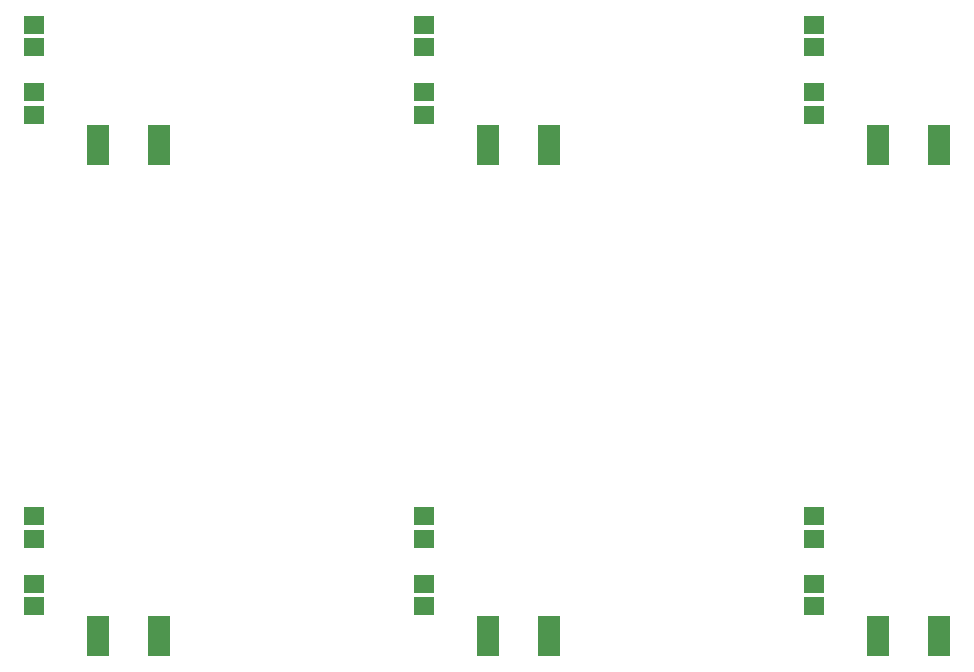
<source format=gbr>
%FSLAX34Y34*%
%MOMM*%
%LNSMDMASK_TOP*%
G71*
G01*
%ADD10R, 1.98X3.35*%
%ADD11R, 1.80X1.50*%
%LPD*%
X139303Y868362D02*
G54D10*
D03*
X87312Y868362D02*
G54D10*
D03*
X33312Y912788D02*
G54D11*
D03*
X33312Y893788D02*
G54D11*
D03*
X33312Y950938D02*
G54D11*
D03*
X33312Y969938D02*
G54D11*
D03*
X33312Y969938D02*
G54D11*
D03*
X469503Y868362D02*
G54D10*
D03*
X417512Y868362D02*
G54D10*
D03*
X363512Y912788D02*
G54D11*
D03*
X363512Y893788D02*
G54D11*
D03*
X363512Y950938D02*
G54D11*
D03*
X363512Y969938D02*
G54D11*
D03*
X363512Y969938D02*
G54D11*
D03*
X799703Y868362D02*
G54D10*
D03*
X747712Y868362D02*
G54D10*
D03*
X693712Y912788D02*
G54D11*
D03*
X693712Y893788D02*
G54D11*
D03*
X693712Y950938D02*
G54D11*
D03*
X693712Y969938D02*
G54D11*
D03*
X693712Y969938D02*
G54D11*
D03*
X139303Y452438D02*
G54D10*
D03*
X87312Y452438D02*
G54D10*
D03*
X33312Y496862D02*
G54D11*
D03*
X33312Y477862D02*
G54D11*
D03*
X33312Y535012D02*
G54D11*
D03*
X33312Y554012D02*
G54D11*
D03*
X33312Y554012D02*
G54D11*
D03*
X469503Y452438D02*
G54D10*
D03*
X417512Y452438D02*
G54D10*
D03*
X363512Y496862D02*
G54D11*
D03*
X363512Y477862D02*
G54D11*
D03*
X363512Y535012D02*
G54D11*
D03*
X363512Y554012D02*
G54D11*
D03*
X363512Y554012D02*
G54D11*
D03*
X799703Y452438D02*
G54D10*
D03*
X747712Y452438D02*
G54D10*
D03*
X693712Y496862D02*
G54D11*
D03*
X693712Y477862D02*
G54D11*
D03*
X693712Y535012D02*
G54D11*
D03*
X693712Y554012D02*
G54D11*
D03*
X693712Y554012D02*
G54D11*
D03*
M02*

</source>
